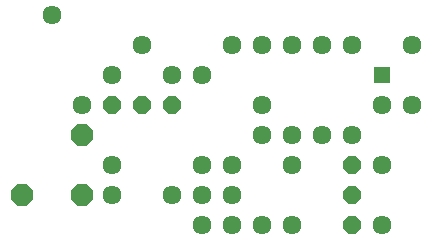
<source format=gts>
G75*
%MOIN*%
%OFA0B0*%
%FSLAX25Y25*%
%IPPOS*%
%LPD*%
%AMOC8*
5,1,8,0,0,1.08239X$1,22.5*
%
%ADD10C,0.06343*%
%ADD11R,0.05556X0.05556*%
%ADD12OC8,0.07296*%
%ADD13OC8,0.05950*%
D10*
X0050013Y0030267D03*
X0050013Y0040267D03*
X0070013Y0030267D03*
X0080013Y0030267D03*
X0090013Y0030267D03*
X0090013Y0040267D03*
X0080013Y0040267D03*
X0100013Y0050267D03*
X0110013Y0050267D03*
X0120013Y0050267D03*
X0130013Y0050267D03*
X0140013Y0040267D03*
X0140013Y0060267D03*
X0150013Y0060267D03*
X0150013Y0080267D03*
X0130013Y0080267D03*
X0120013Y0080267D03*
X0110013Y0080267D03*
X0100013Y0080267D03*
X0090013Y0080267D03*
X0080013Y0070267D03*
X0070013Y0070267D03*
X0060013Y0080267D03*
X0050013Y0070267D03*
X0040013Y0060267D03*
X0030013Y0090267D03*
X0100013Y0060267D03*
X0110013Y0040267D03*
X0110013Y0020267D03*
X0100013Y0020267D03*
X0090013Y0020267D03*
X0080013Y0020267D03*
X0140013Y0020267D03*
D11*
X0140013Y0070267D03*
D12*
X0020013Y0030267D03*
X0040013Y0030267D03*
X0040013Y0050267D03*
D13*
X0050013Y0060267D03*
X0060013Y0060267D03*
X0070013Y0060267D03*
X0130013Y0040267D03*
X0130013Y0030267D03*
X0130013Y0020267D03*
M02*

</source>
